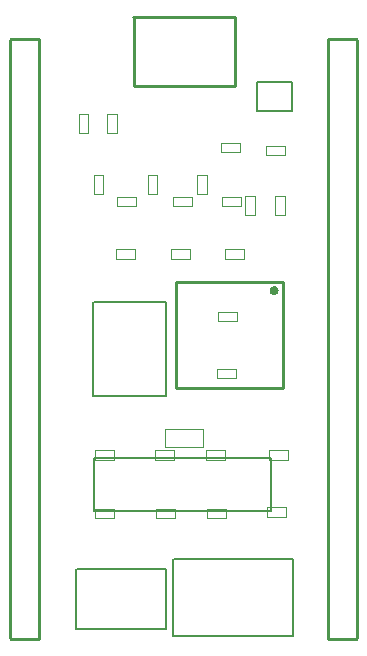
<source format=gm1>
G04 Layer_Color=13382451*
%FSLAX44Y44*%
%MOMM*%
G71*
G01*
G75*
%ADD17C,0.1000*%
%ADD18C,0.2500*%
%ADD25C,0.2000*%
%ADD28C,0.8000*%
D17*
X462691Y933472D02*
Y948672D01*
Y933472D02*
X494891D01*
Y948672D01*
X462691D02*
X494891D01*
X402399Y1147700D02*
X410400D01*
X402399Y1163700D02*
X410400D01*
X402399Y1147700D02*
Y1163700D01*
X410400Y1147700D02*
Y1163700D01*
X448119Y1147700D02*
X456120D01*
X448119Y1163700D02*
X456120D01*
X448119Y1147700D02*
Y1163700D01*
X456120Y1147700D02*
Y1163700D01*
X490029Y1147700D02*
X498030D01*
X490029Y1163700D02*
X498030D01*
X490029Y1147700D02*
Y1163700D01*
X498030Y1147700D02*
Y1163700D01*
X413789Y1199930D02*
X421790D01*
X413789Y1215930D02*
X421790D01*
X413789Y1199930D02*
Y1215930D01*
X421790Y1199930D02*
Y1215930D01*
X527430Y1137730D02*
Y1145731D01*
X511430Y1137730D02*
Y1145731D01*
X527430D01*
X511430Y1137730D02*
X527430D01*
X510160Y1183449D02*
Y1191450D01*
X526160Y1183449D02*
Y1191450D01*
X510160Y1183449D02*
X526160D01*
X510160Y1191450D02*
X526160D01*
X468250Y1093279D02*
Y1101280D01*
X484250Y1093279D02*
Y1101280D01*
X468250Y1093279D02*
X484250D01*
X468250Y1101280D02*
X484250D01*
X529970Y1093280D02*
Y1101281D01*
X513970Y1093280D02*
Y1101281D01*
X529970D01*
X513970Y1093280D02*
X529970D01*
X538670Y1129920D02*
Y1145920D01*
X530669Y1129920D02*
Y1145920D01*
X538670D01*
X530669Y1129920D02*
X538670D01*
X438530Y1137730D02*
Y1145731D01*
X422530Y1137730D02*
Y1145731D01*
X438530D01*
X422530Y1137730D02*
X438530D01*
X437260Y1093280D02*
Y1101281D01*
X421260Y1093280D02*
Y1101281D01*
X437260D01*
X421260Y1093280D02*
X437260D01*
X566800Y923100D02*
Y931101D01*
X550800Y923100D02*
Y931101D01*
X566800D01*
X550800Y923100D02*
X566800D01*
X565530Y874840D02*
Y882841D01*
X549530Y874840D02*
Y882841D01*
X565530D01*
X549530Y874840D02*
X565530D01*
X497460Y923099D02*
Y931100D01*
X513460Y923099D02*
Y931100D01*
X497460Y923099D02*
X513460D01*
X497460Y931100D02*
X513460D01*
X419480Y873570D02*
Y881571D01*
X403480Y873570D02*
Y881571D01*
X419480D01*
X403480Y873570D02*
X419480D01*
X455550Y873569D02*
Y881570D01*
X471550Y873569D02*
Y881570D01*
X455550Y873569D02*
X471550D01*
X455550Y881570D02*
X471550D01*
X419480Y923100D02*
Y931101D01*
X403480Y923100D02*
Y931101D01*
X419480D01*
X403480Y923100D02*
X419480D01*
X454280Y923099D02*
Y931100D01*
X470280Y923099D02*
Y931100D01*
X454280Y923099D02*
X470280D01*
X454280Y931100D02*
X470280D01*
X514730Y873570D02*
Y881571D01*
X498730Y873570D02*
Y881571D01*
X514730D01*
X498730Y873570D02*
X514730D01*
X523770Y1040170D02*
Y1048171D01*
X507770Y1040170D02*
Y1048171D01*
X523770D01*
X507770Y1040170D02*
X523770D01*
X522900Y991970D02*
Y999971D01*
X506900Y991970D02*
Y999971D01*
X522900D01*
X506900Y991970D02*
X522900D01*
X485520Y1137730D02*
Y1145731D01*
X469520Y1137730D02*
Y1145731D01*
X485520D01*
X469520Y1137730D02*
X485520D01*
X389579Y1199930D02*
X397580D01*
X389579Y1215930D02*
X397580D01*
X389579Y1199930D02*
Y1215930D01*
X397580Y1199930D02*
Y1215930D01*
X548220Y1180990D02*
Y1188991D01*
X564220Y1180990D02*
Y1188991D01*
X548220D02*
X564220D01*
X548220Y1180990D02*
X564220D01*
X556069Y1129920D02*
X564070D01*
X556069Y1145920D02*
X564070D01*
X556069Y1129920D02*
Y1145920D01*
X564070Y1129920D02*
Y1145920D01*
D18*
X521910Y1239470D02*
Y1298220D01*
X435910D02*
X521910D01*
X435910D02*
X436160Y1297970D01*
Y1239220D02*
Y1297970D01*
Y1239220D02*
X522160D01*
X472220Y1073650D02*
X562220D01*
X472220Y983651D02*
Y1073650D01*
Y983651D02*
X560471D01*
X562220D01*
X562720Y984151D01*
Y1073150D01*
X331720Y772090D02*
X332470Y771340D01*
X331720Y772090D02*
Y1278590D01*
X355720Y1279340D02*
X356470Y1278590D01*
X332470Y1279340D02*
X355720D01*
X331720Y1278590D02*
X332470Y1279340D01*
Y771340D02*
X355720D01*
X356470Y772090D01*
Y1278590D01*
X600400Y772090D02*
X601150Y771340D01*
X600400Y772090D02*
Y1278590D01*
X624400Y1279340D02*
X625150Y1278590D01*
X601150Y1279340D02*
X624400D01*
X600400Y1278590D02*
X601150Y1279340D01*
Y771340D02*
X624400D01*
X625150Y772090D01*
Y1278590D01*
D25*
X402290Y879371D02*
X552291D01*
Y924370D01*
X402290D02*
X552291D01*
X402290Y879371D02*
Y924370D01*
X540260Y1217880D02*
Y1242880D01*
Y1217880D02*
X570260D01*
Y1242880D01*
X540260D02*
X570260D01*
X401980Y977180D02*
Y1055930D01*
X402480Y1056430D01*
X463980D01*
Y977430D02*
Y1056430D01*
X463730Y977180D02*
X463980Y977430D01*
X401980Y977180D02*
X463730D01*
X469970Y838720D02*
X570720D01*
X469470Y838220D02*
X469970Y838720D01*
X469470Y773720D02*
Y838220D01*
Y773720D02*
X469720Y773970D01*
X570720D01*
Y838720D01*
X463351Y779680D02*
Y830430D01*
X392950D02*
X463351D01*
X393700Y779680D02*
X463351D01*
X387950Y830430D02*
X392950D01*
X387750Y811680D02*
Y830230D01*
Y779730D02*
Y830230D01*
Y779730D02*
X387800Y779680D01*
X393700D01*
D28*
X555220Y1066150D02*
G03*
X555220Y1066150I-250J0D01*
G01*
M02*

</source>
